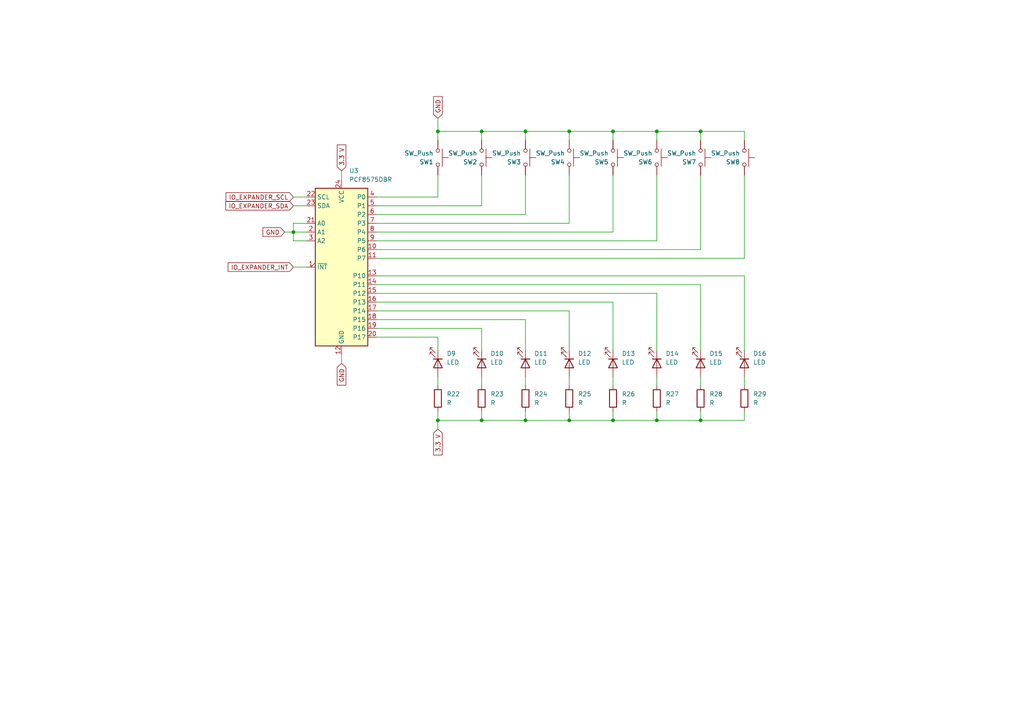
<source format=kicad_sch>
(kicad_sch
	(version 20231120)
	(generator "eeschema")
	(generator_version "8.0")
	(uuid "89c1a87a-24b0-4962-8091-b15977b6304d")
	(paper "A4")
	(lib_symbols
		(symbol "Device:LED"
			(pin_numbers hide)
			(pin_names
				(offset 1.016) hide)
			(exclude_from_sim no)
			(in_bom yes)
			(on_board yes)
			(property "Reference" "D"
				(at 0 2.54 0)
				(effects
					(font
						(size 1.27 1.27)
					)
				)
			)
			(property "Value" "LED"
				(at 0 -2.54 0)
				(effects
					(font
						(size 1.27 1.27)
					)
				)
			)
			(property "Footprint" ""
				(at 0 0 0)
				(effects
					(font
						(size 1.27 1.27)
					)
					(hide yes)
				)
			)
			(property "Datasheet" "~"
				(at 0 0 0)
				(effects
					(font
						(size 1.27 1.27)
					)
					(hide yes)
				)
			)
			(property "Description" "Light emitting diode"
				(at 0 0 0)
				(effects
					(font
						(size 1.27 1.27)
					)
					(hide yes)
				)
			)
			(property "ki_keywords" "LED diode"
				(at 0 0 0)
				(effects
					(font
						(size 1.27 1.27)
					)
					(hide yes)
				)
			)
			(property "ki_fp_filters" "LED* LED_SMD:* LED_THT:*"
				(at 0 0 0)
				(effects
					(font
						(size 1.27 1.27)
					)
					(hide yes)
				)
			)
			(symbol "LED_0_1"
				(polyline
					(pts
						(xy -1.27 -1.27) (xy -1.27 1.27)
					)
					(stroke
						(width 0.254)
						(type default)
					)
					(fill
						(type none)
					)
				)
				(polyline
					(pts
						(xy -1.27 0) (xy 1.27 0)
					)
					(stroke
						(width 0)
						(type default)
					)
					(fill
						(type none)
					)
				)
				(polyline
					(pts
						(xy 1.27 -1.27) (xy 1.27 1.27) (xy -1.27 0) (xy 1.27 -1.27)
					)
					(stroke
						(width 0.254)
						(type default)
					)
					(fill
						(type none)
					)
				)
				(polyline
					(pts
						(xy -3.048 -0.762) (xy -4.572 -2.286) (xy -3.81 -2.286) (xy -4.572 -2.286) (xy -4.572 -1.524)
					)
					(stroke
						(width 0)
						(type default)
					)
					(fill
						(type none)
					)
				)
				(polyline
					(pts
						(xy -1.778 -0.762) (xy -3.302 -2.286) (xy -2.54 -2.286) (xy -3.302 -2.286) (xy -3.302 -1.524)
					)
					(stroke
						(width 0)
						(type default)
					)
					(fill
						(type none)
					)
				)
			)
			(symbol "LED_1_1"
				(pin passive line
					(at -3.81 0 0)
					(length 2.54)
					(name "K"
						(effects
							(font
								(size 1.27 1.27)
							)
						)
					)
					(number "1"
						(effects
							(font
								(size 1.27 1.27)
							)
						)
					)
				)
				(pin passive line
					(at 3.81 0 180)
					(length 2.54)
					(name "A"
						(effects
							(font
								(size 1.27 1.27)
							)
						)
					)
					(number "2"
						(effects
							(font
								(size 1.27 1.27)
							)
						)
					)
				)
			)
		)
		(symbol "Device:R"
			(pin_numbers hide)
			(pin_names
				(offset 0)
			)
			(exclude_from_sim no)
			(in_bom yes)
			(on_board yes)
			(property "Reference" "R"
				(at 2.032 0 90)
				(effects
					(font
						(size 1.27 1.27)
					)
				)
			)
			(property "Value" "R"
				(at 0 0 90)
				(effects
					(font
						(size 1.27 1.27)
					)
				)
			)
			(property "Footprint" ""
				(at -1.778 0 90)
				(effects
					(font
						(size 1.27 1.27)
					)
					(hide yes)
				)
			)
			(property "Datasheet" "~"
				(at 0 0 0)
				(effects
					(font
						(size 1.27 1.27)
					)
					(hide yes)
				)
			)
			(property "Description" "Resistor"
				(at 0 0 0)
				(effects
					(font
						(size 1.27 1.27)
					)
					(hide yes)
				)
			)
			(property "ki_keywords" "R res resistor"
				(at 0 0 0)
				(effects
					(font
						(size 1.27 1.27)
					)
					(hide yes)
				)
			)
			(property "ki_fp_filters" "R_*"
				(at 0 0 0)
				(effects
					(font
						(size 1.27 1.27)
					)
					(hide yes)
				)
			)
			(symbol "R_0_1"
				(rectangle
					(start -1.016 -2.54)
					(end 1.016 2.54)
					(stroke
						(width 0.254)
						(type default)
					)
					(fill
						(type none)
					)
				)
			)
			(symbol "R_1_1"
				(pin passive line
					(at 0 3.81 270)
					(length 1.27)
					(name "~"
						(effects
							(font
								(size 1.27 1.27)
							)
						)
					)
					(number "1"
						(effects
							(font
								(size 1.27 1.27)
							)
						)
					)
				)
				(pin passive line
					(at 0 -3.81 90)
					(length 1.27)
					(name "~"
						(effects
							(font
								(size 1.27 1.27)
							)
						)
					)
					(number "2"
						(effects
							(font
								(size 1.27 1.27)
							)
						)
					)
				)
			)
		)
		(symbol "Interface_Expansion:PCF8575DBR"
			(exclude_from_sim no)
			(in_bom yes)
			(on_board yes)
			(property "Reference" "U"
				(at -6.35 24.13 0)
				(effects
					(font
						(size 1.27 1.27)
					)
				)
			)
			(property "Value" "PCF8575DBR"
				(at 7.62 -24.13 0)
				(effects
					(font
						(size 1.27 1.27)
					)
				)
			)
			(property "Footprint" "Package_SO:SSOP-24_5.3x8.2mm_P0.65mm"
				(at 0 0 0)
				(effects
					(font
						(size 1.27 1.27)
					)
					(hide yes)
				)
			)
			(property "Datasheet" "https://www.ti.com/lit/ds/symlink/pcf8575.pdf"
				(at 0 0 0)
				(effects
					(font
						(size 1.27 1.27)
					)
					(hide yes)
				)
			)
			(property "Description" "16 Bits Port/Expander to I2C Bus, SSOP-24"
				(at 0 0 0)
				(effects
					(font
						(size 1.27 1.27)
					)
					(hide yes)
				)
			)
			(property "ki_keywords" "I2C Expander"
				(at 0 0 0)
				(effects
					(font
						(size 1.27 1.27)
					)
					(hide yes)
				)
			)
			(property "ki_fp_filters" "SSOP*5.3x8.2mm*P0.65mm*"
				(at 0 0 0)
				(effects
					(font
						(size 1.27 1.27)
					)
					(hide yes)
				)
			)
			(symbol "PCF8575DBR_0_1"
				(rectangle
					(start -7.62 22.86)
					(end 7.62 -22.86)
					(stroke
						(width 0.254)
						(type default)
					)
					(fill
						(type background)
					)
				)
			)
			(symbol "PCF8575DBR_1_1"
				(pin open_collector output_low
					(at -10.16 0 0)
					(length 2.54)
					(name "~{INT}"
						(effects
							(font
								(size 1.27 1.27)
							)
						)
					)
					(number "1"
						(effects
							(font
								(size 1.27 1.27)
							)
						)
					)
				)
				(pin bidirectional line
					(at 10.16 5.08 180)
					(length 2.54)
					(name "P6"
						(effects
							(font
								(size 1.27 1.27)
							)
						)
					)
					(number "10"
						(effects
							(font
								(size 1.27 1.27)
							)
						)
					)
				)
				(pin bidirectional line
					(at 10.16 2.54 180)
					(length 2.54)
					(name "P7"
						(effects
							(font
								(size 1.27 1.27)
							)
						)
					)
					(number "11"
						(effects
							(font
								(size 1.27 1.27)
							)
						)
					)
				)
				(pin power_in line
					(at 0 -25.4 90)
					(length 2.54)
					(name "GND"
						(effects
							(font
								(size 1.27 1.27)
							)
						)
					)
					(number "12"
						(effects
							(font
								(size 1.27 1.27)
							)
						)
					)
				)
				(pin bidirectional line
					(at 10.16 -2.54 180)
					(length 2.54)
					(name "P10"
						(effects
							(font
								(size 1.27 1.27)
							)
						)
					)
					(number "13"
						(effects
							(font
								(size 1.27 1.27)
							)
						)
					)
				)
				(pin bidirectional line
					(at 10.16 -5.08 180)
					(length 2.54)
					(name "P11"
						(effects
							(font
								(size 1.27 1.27)
							)
						)
					)
					(number "14"
						(effects
							(font
								(size 1.27 1.27)
							)
						)
					)
				)
				(pin bidirectional line
					(at 10.16 -7.62 180)
					(length 2.54)
					(name "P12"
						(effects
							(font
								(size 1.27 1.27)
							)
						)
					)
					(number "15"
						(effects
							(font
								(size 1.27 1.27)
							)
						)
					)
				)
				(pin bidirectional line
					(at 10.16 -10.16 180)
					(length 2.54)
					(name "P13"
						(effects
							(font
								(size 1.27 1.27)
							)
						)
					)
					(number "16"
						(effects
							(font
								(size 1.27 1.27)
							)
						)
					)
				)
				(pin bidirectional line
					(at 10.16 -12.7 180)
					(length 2.54)
					(name "P14"
						(effects
							(font
								(size 1.27 1.27)
							)
						)
					)
					(number "17"
						(effects
							(font
								(size 1.27 1.27)
							)
						)
					)
				)
				(pin bidirectional line
					(at 10.16 -15.24 180)
					(length 2.54)
					(name "P15"
						(effects
							(font
								(size 1.27 1.27)
							)
						)
					)
					(number "18"
						(effects
							(font
								(size 1.27 1.27)
							)
						)
					)
				)
				(pin bidirectional line
					(at 10.16 -17.78 180)
					(length 2.54)
					(name "P16"
						(effects
							(font
								(size 1.27 1.27)
							)
						)
					)
					(number "19"
						(effects
							(font
								(size 1.27 1.27)
							)
						)
					)
				)
				(pin input line
					(at -10.16 10.16 0)
					(length 2.54)
					(name "A1"
						(effects
							(font
								(size 1.27 1.27)
							)
						)
					)
					(number "2"
						(effects
							(font
								(size 1.27 1.27)
							)
						)
					)
				)
				(pin bidirectional line
					(at 10.16 -20.32 180)
					(length 2.54)
					(name "P17"
						(effects
							(font
								(size 1.27 1.27)
							)
						)
					)
					(number "20"
						(effects
							(font
								(size 1.27 1.27)
							)
						)
					)
				)
				(pin input line
					(at -10.16 12.7 0)
					(length 2.54)
					(name "A0"
						(effects
							(font
								(size 1.27 1.27)
							)
						)
					)
					(number "21"
						(effects
							(font
								(size 1.27 1.27)
							)
						)
					)
				)
				(pin input line
					(at -10.16 20.32 0)
					(length 2.54)
					(name "SCL"
						(effects
							(font
								(size 1.27 1.27)
							)
						)
					)
					(number "22"
						(effects
							(font
								(size 1.27 1.27)
							)
						)
					)
				)
				(pin bidirectional line
					(at -10.16 17.78 0)
					(length 2.54)
					(name "SDA"
						(effects
							(font
								(size 1.27 1.27)
							)
						)
					)
					(number "23"
						(effects
							(font
								(size 1.27 1.27)
							)
						)
					)
				)
				(pin power_in line
					(at 0 25.4 270)
					(length 2.54)
					(name "VCC"
						(effects
							(font
								(size 1.27 1.27)
							)
						)
					)
					(number "24"
						(effects
							(font
								(size 1.27 1.27)
							)
						)
					)
				)
				(pin input line
					(at -10.16 7.62 0)
					(length 2.54)
					(name "A2"
						(effects
							(font
								(size 1.27 1.27)
							)
						)
					)
					(number "3"
						(effects
							(font
								(size 1.27 1.27)
							)
						)
					)
				)
				(pin bidirectional line
					(at 10.16 20.32 180)
					(length 2.54)
					(name "P0"
						(effects
							(font
								(size 1.27 1.27)
							)
						)
					)
					(number "4"
						(effects
							(font
								(size 1.27 1.27)
							)
						)
					)
				)
				(pin bidirectional line
					(at 10.16 17.78 180)
					(length 2.54)
					(name "P1"
						(effects
							(font
								(size 1.27 1.27)
							)
						)
					)
					(number "5"
						(effects
							(font
								(size 1.27 1.27)
							)
						)
					)
				)
				(pin bidirectional line
					(at 10.16 15.24 180)
					(length 2.54)
					(name "P2"
						(effects
							(font
								(size 1.27 1.27)
							)
						)
					)
					(number "6"
						(effects
							(font
								(size 1.27 1.27)
							)
						)
					)
				)
				(pin bidirectional line
					(at 10.16 12.7 180)
					(length 2.54)
					(name "P3"
						(effects
							(font
								(size 1.27 1.27)
							)
						)
					)
					(number "7"
						(effects
							(font
								(size 1.27 1.27)
							)
						)
					)
				)
				(pin bidirectional line
					(at 10.16 10.16 180)
					(length 2.54)
					(name "P4"
						(effects
							(font
								(size 1.27 1.27)
							)
						)
					)
					(number "8"
						(effects
							(font
								(size 1.27 1.27)
							)
						)
					)
				)
				(pin bidirectional line
					(at 10.16 7.62 180)
					(length 2.54)
					(name "P5"
						(effects
							(font
								(size 1.27 1.27)
							)
						)
					)
					(number "9"
						(effects
							(font
								(size 1.27 1.27)
							)
						)
					)
				)
			)
		)
		(symbol "Switch:SW_Push"
			(pin_numbers hide)
			(pin_names
				(offset 1.016) hide)
			(exclude_from_sim no)
			(in_bom yes)
			(on_board yes)
			(property "Reference" "SW"
				(at 1.27 2.54 0)
				(effects
					(font
						(size 1.27 1.27)
					)
					(justify left)
				)
			)
			(property "Value" "SW_Push"
				(at 0 -1.524 0)
				(effects
					(font
						(size 1.27 1.27)
					)
				)
			)
			(property "Footprint" ""
				(at 0 5.08 0)
				(effects
					(font
						(size 1.27 1.27)
					)
					(hide yes)
				)
			)
			(property "Datasheet" "~"
				(at 0 5.08 0)
				(effects
					(font
						(size 1.27 1.27)
					)
					(hide yes)
				)
			)
			(property "Description" "Push button switch, generic, two pins"
				(at 0 0 0)
				(effects
					(font
						(size 1.27 1.27)
					)
					(hide yes)
				)
			)
			(property "ki_keywords" "switch normally-open pushbutton push-button"
				(at 0 0 0)
				(effects
					(font
						(size 1.27 1.27)
					)
					(hide yes)
				)
			)
			(symbol "SW_Push_0_1"
				(circle
					(center -2.032 0)
					(radius 0.508)
					(stroke
						(width 0)
						(type default)
					)
					(fill
						(type none)
					)
				)
				(polyline
					(pts
						(xy 0 1.27) (xy 0 3.048)
					)
					(stroke
						(width 0)
						(type default)
					)
					(fill
						(type none)
					)
				)
				(polyline
					(pts
						(xy 2.54 1.27) (xy -2.54 1.27)
					)
					(stroke
						(width 0)
						(type default)
					)
					(fill
						(type none)
					)
				)
				(circle
					(center 2.032 0)
					(radius 0.508)
					(stroke
						(width 0)
						(type default)
					)
					(fill
						(type none)
					)
				)
				(pin passive line
					(at -5.08 0 0)
					(length 2.54)
					(name "1"
						(effects
							(font
								(size 1.27 1.27)
							)
						)
					)
					(number "1"
						(effects
							(font
								(size 1.27 1.27)
							)
						)
					)
				)
				(pin passive line
					(at 5.08 0 180)
					(length 2.54)
					(name "2"
						(effects
							(font
								(size 1.27 1.27)
							)
						)
					)
					(number "2"
						(effects
							(font
								(size 1.27 1.27)
							)
						)
					)
				)
			)
		)
	)
	(junction
		(at 139.7 38.1)
		(diameter 0)
		(color 0 0 0 0)
		(uuid "0225b789-4a9e-47de-b250-cc2ac0762e10")
	)
	(junction
		(at 165.1 38.1)
		(diameter 0)
		(color 0 0 0 0)
		(uuid "047c0e68-e937-4518-aa6d-907d9ebe6adb")
	)
	(junction
		(at 139.7 121.92)
		(diameter 0)
		(color 0 0 0 0)
		(uuid "0775d92e-5ede-44bf-af79-bb324fb2428c")
	)
	(junction
		(at 127 38.1)
		(diameter 0)
		(color 0 0 0 0)
		(uuid "19cf1fa2-345f-46c2-afaf-053808010c80")
	)
	(junction
		(at 152.4 38.1)
		(diameter 0)
		(color 0 0 0 0)
		(uuid "2036faba-d52e-4c05-aa98-76a5595607e9")
	)
	(junction
		(at 152.4 121.92)
		(diameter 0)
		(color 0 0 0 0)
		(uuid "5702effb-0d96-4c87-b64d-93c5b237f503")
	)
	(junction
		(at 85.09 67.31)
		(diameter 0)
		(color 0 0 0 0)
		(uuid "8fe01c42-cb26-4349-a81b-93e959f81300")
	)
	(junction
		(at 177.8 121.92)
		(diameter 0)
		(color 0 0 0 0)
		(uuid "9c4fd669-07c0-4ee7-94bf-3021cfc34865")
	)
	(junction
		(at 165.1 121.92)
		(diameter 0)
		(color 0 0 0 0)
		(uuid "a0d7cec3-f68d-44b8-b1f9-198a13a2b648")
	)
	(junction
		(at 177.8 38.1)
		(diameter 0)
		(color 0 0 0 0)
		(uuid "a584f433-3e0a-42f7-86bf-afa5ef367749")
	)
	(junction
		(at 203.2 38.1)
		(diameter 0)
		(color 0 0 0 0)
		(uuid "ab000d4c-7cd1-4d60-b91b-8db25ae72b83")
	)
	(junction
		(at 190.5 121.92)
		(diameter 0)
		(color 0 0 0 0)
		(uuid "c5c06b4d-ac36-4f13-8ca8-68d4594c8144")
	)
	(junction
		(at 127 121.92)
		(diameter 0)
		(color 0 0 0 0)
		(uuid "dbc9e8cc-2928-4c7d-a75a-c6dc89f8f276")
	)
	(junction
		(at 203.2 121.92)
		(diameter 0)
		(color 0 0 0 0)
		(uuid "df9d127d-7963-4f43-9d99-492c6dc569ec")
	)
	(junction
		(at 190.5 38.1)
		(diameter 0)
		(color 0 0 0 0)
		(uuid "e6ed2225-b9b9-46a2-a5ef-a1b302056630")
	)
	(wire
		(pts
			(xy 139.7 38.1) (xy 127 38.1)
		)
		(stroke
			(width 0)
			(type default)
		)
		(uuid "00ee0dce-b2a0-4d6c-ac8d-91be93c42e99")
	)
	(wire
		(pts
			(xy 177.8 109.22) (xy 177.8 111.76)
		)
		(stroke
			(width 0)
			(type default)
		)
		(uuid "03df2307-7a2f-4246-bdd4-048e169ebce2")
	)
	(wire
		(pts
			(xy 139.7 95.25) (xy 139.7 101.6)
		)
		(stroke
			(width 0)
			(type default)
		)
		(uuid "04d61764-0f75-4ede-9d8d-9393ffc671e9")
	)
	(wire
		(pts
			(xy 215.9 121.92) (xy 215.9 119.38)
		)
		(stroke
			(width 0)
			(type default)
		)
		(uuid "0539ee45-8218-4cd6-baec-8741c51df421")
	)
	(wire
		(pts
			(xy 109.22 97.79) (xy 127 97.79)
		)
		(stroke
			(width 0)
			(type default)
		)
		(uuid "07337bbf-0977-45a0-9610-600dc1b4fbe7")
	)
	(wire
		(pts
			(xy 127 97.79) (xy 127 101.6)
		)
		(stroke
			(width 0)
			(type default)
		)
		(uuid "0d2ac418-df67-467c-b911-a7e58d34db89")
	)
	(wire
		(pts
			(xy 99.06 105.41) (xy 99.06 102.87)
		)
		(stroke
			(width 0)
			(type default)
		)
		(uuid "21c04874-0b49-4266-ae7d-b4d1a277d698")
	)
	(wire
		(pts
			(xy 85.09 64.77) (xy 85.09 67.31)
		)
		(stroke
			(width 0)
			(type default)
		)
		(uuid "24c9385d-78f7-41a7-9b0d-6fe115a203e3")
	)
	(wire
		(pts
			(xy 190.5 121.92) (xy 203.2 121.92)
		)
		(stroke
			(width 0)
			(type default)
		)
		(uuid "2796a432-fff2-44f8-aae5-65df8edbd787")
	)
	(wire
		(pts
			(xy 109.22 80.01) (xy 215.9 80.01)
		)
		(stroke
			(width 0)
			(type default)
		)
		(uuid "2ea3b0c4-3904-4135-bb32-a09dba5dcb3b")
	)
	(wire
		(pts
			(xy 203.2 82.55) (xy 203.2 101.6)
		)
		(stroke
			(width 0)
			(type default)
		)
		(uuid "35df8fb3-9ee6-4fea-a087-a2ecb18192b5")
	)
	(wire
		(pts
			(xy 109.22 57.15) (xy 127 57.15)
		)
		(stroke
			(width 0)
			(type default)
		)
		(uuid "3b6a0c50-6efb-483b-b544-acbc96180dd4")
	)
	(wire
		(pts
			(xy 177.8 50.8) (xy 177.8 67.31)
		)
		(stroke
			(width 0)
			(type default)
		)
		(uuid "42a3b5b7-8ada-4ebb-a917-e1474b99497e")
	)
	(wire
		(pts
			(xy 109.22 72.39) (xy 203.2 72.39)
		)
		(stroke
			(width 0)
			(type default)
		)
		(uuid "4930d305-903d-45c5-8fef-be5d05461bcb")
	)
	(wire
		(pts
			(xy 165.1 109.22) (xy 165.1 111.76)
		)
		(stroke
			(width 0)
			(type default)
		)
		(uuid "4a8c8630-8cb5-4208-99f2-2cded4c5f5f1")
	)
	(wire
		(pts
			(xy 109.22 90.17) (xy 165.1 90.17)
		)
		(stroke
			(width 0)
			(type default)
		)
		(uuid "51746f40-0028-4e53-b573-19e5904f360f")
	)
	(wire
		(pts
			(xy 165.1 38.1) (xy 152.4 38.1)
		)
		(stroke
			(width 0)
			(type default)
		)
		(uuid "52d307ac-821a-43f5-9a9f-ee9e7d4b27a5")
	)
	(wire
		(pts
			(xy 85.09 69.85) (xy 88.9 69.85)
		)
		(stroke
			(width 0)
			(type default)
		)
		(uuid "5328c45d-4a56-40fa-addf-2fb35dadab94")
	)
	(wire
		(pts
			(xy 109.22 62.23) (xy 152.4 62.23)
		)
		(stroke
			(width 0)
			(type default)
		)
		(uuid "5c36974c-6432-4d6b-8039-d3459d0831b3")
	)
	(wire
		(pts
			(xy 203.2 121.92) (xy 215.9 121.92)
		)
		(stroke
			(width 0)
			(type default)
		)
		(uuid "61c52d76-dd7b-4ad7-81a7-e5c25614b606")
	)
	(wire
		(pts
			(xy 109.22 74.93) (xy 215.9 74.93)
		)
		(stroke
			(width 0)
			(type default)
		)
		(uuid "649ec42d-b2c9-4994-a690-7cd12182e817")
	)
	(wire
		(pts
			(xy 165.1 50.8) (xy 165.1 64.77)
		)
		(stroke
			(width 0)
			(type default)
		)
		(uuid "65da9b70-e622-4639-bc86-51c5a8f97da4")
	)
	(wire
		(pts
			(xy 109.22 95.25) (xy 139.7 95.25)
		)
		(stroke
			(width 0)
			(type default)
		)
		(uuid "65e8bd42-4f71-4522-9251-d5e5b0d9bb15")
	)
	(wire
		(pts
			(xy 177.8 87.63) (xy 177.8 101.6)
		)
		(stroke
			(width 0)
			(type default)
		)
		(uuid "6641f6e0-2d56-46c6-8936-f8885978b58d")
	)
	(wire
		(pts
			(xy 165.1 90.17) (xy 165.1 101.6)
		)
		(stroke
			(width 0)
			(type default)
		)
		(uuid "670ffbc0-e14f-476e-a26b-261003d80805")
	)
	(wire
		(pts
			(xy 139.7 38.1) (xy 139.7 40.64)
		)
		(stroke
			(width 0)
			(type default)
		)
		(uuid "67523d2d-4c94-484f-8200-735d9d930e8c")
	)
	(wire
		(pts
			(xy 190.5 109.22) (xy 190.5 111.76)
		)
		(stroke
			(width 0)
			(type default)
		)
		(uuid "67e51ebf-328c-4aa7-b80a-9a9ac2dc3216")
	)
	(wire
		(pts
			(xy 215.9 38.1) (xy 215.9 40.64)
		)
		(stroke
			(width 0)
			(type default)
		)
		(uuid "6fa894f3-f9cd-4af0-99ce-127350b16db0")
	)
	(wire
		(pts
			(xy 190.5 50.8) (xy 190.5 69.85)
		)
		(stroke
			(width 0)
			(type default)
		)
		(uuid "750bbd85-0a81-49c9-a298-7c8d7dfa3a92")
	)
	(wire
		(pts
			(xy 152.4 38.1) (xy 152.4 40.64)
		)
		(stroke
			(width 0)
			(type default)
		)
		(uuid "79d83052-4abf-4cb4-a67d-9e4aeceba6e1")
	)
	(wire
		(pts
			(xy 190.5 85.09) (xy 190.5 101.6)
		)
		(stroke
			(width 0)
			(type default)
		)
		(uuid "7c06098d-6296-4a3e-a4dd-cb9f716b5648")
	)
	(wire
		(pts
			(xy 139.7 121.92) (xy 152.4 121.92)
		)
		(stroke
			(width 0)
			(type default)
		)
		(uuid "7c645e54-2289-4bb4-8249-96fedd6be774")
	)
	(wire
		(pts
			(xy 190.5 38.1) (xy 177.8 38.1)
		)
		(stroke
			(width 0)
			(type default)
		)
		(uuid "7f719e34-2132-4110-82a7-a9f9fe1d7596")
	)
	(wire
		(pts
			(xy 109.22 69.85) (xy 190.5 69.85)
		)
		(stroke
			(width 0)
			(type default)
		)
		(uuid "81dd9e4d-701a-491e-a07f-8bd9a2ccd9f7")
	)
	(wire
		(pts
			(xy 85.09 67.31) (xy 88.9 67.31)
		)
		(stroke
			(width 0)
			(type default)
		)
		(uuid "870b6dc5-852f-480e-95f5-c33450c539d0")
	)
	(wire
		(pts
			(xy 85.09 57.15) (xy 88.9 57.15)
		)
		(stroke
			(width 0)
			(type default)
		)
		(uuid "89be2e05-bdfe-4193-8283-295145982da6")
	)
	(wire
		(pts
			(xy 85.09 77.47) (xy 88.9 77.47)
		)
		(stroke
			(width 0)
			(type default)
		)
		(uuid "8db8aa12-ac52-43d2-9361-fbb9a3c7a3d4")
	)
	(wire
		(pts
			(xy 203.2 38.1) (xy 203.2 40.64)
		)
		(stroke
			(width 0)
			(type default)
		)
		(uuid "8e4f9c54-2b49-4e9d-8601-582005d01dee")
	)
	(wire
		(pts
			(xy 177.8 121.92) (xy 190.5 121.92)
		)
		(stroke
			(width 0)
			(type default)
		)
		(uuid "916012d7-d955-4510-a288-b42985281dc1")
	)
	(wire
		(pts
			(xy 203.2 121.92) (xy 203.2 119.38)
		)
		(stroke
			(width 0)
			(type default)
		)
		(uuid "930a8afc-27a7-4a93-bc5d-4ba7f0bd46fb")
	)
	(wire
		(pts
			(xy 139.7 50.8) (xy 139.7 59.69)
		)
		(stroke
			(width 0)
			(type default)
		)
		(uuid "9aee81dc-27b0-4ffa-b089-04cc5057cf0c")
	)
	(wire
		(pts
			(xy 215.9 80.01) (xy 215.9 101.6)
		)
		(stroke
			(width 0)
			(type default)
		)
		(uuid "9dd02f17-6f80-4b40-a823-463bc1ddf50a")
	)
	(wire
		(pts
			(xy 203.2 109.22) (xy 203.2 111.76)
		)
		(stroke
			(width 0)
			(type default)
		)
		(uuid "9fe05d26-e955-4efb-85f0-0537ea9195f9")
	)
	(wire
		(pts
			(xy 152.4 121.92) (xy 165.1 121.92)
		)
		(stroke
			(width 0)
			(type default)
		)
		(uuid "a3d22a36-f58a-41a7-82b4-4f3500e1821b")
	)
	(wire
		(pts
			(xy 152.4 121.92) (xy 152.4 119.38)
		)
		(stroke
			(width 0)
			(type default)
		)
		(uuid "aaf71a67-b4dd-425a-8907-947921242033")
	)
	(wire
		(pts
			(xy 127 38.1) (xy 127 34.29)
		)
		(stroke
			(width 0)
			(type default)
		)
		(uuid "ae9e391a-4cbc-416c-b5d1-750f5cd1c669")
	)
	(wire
		(pts
			(xy 152.4 109.22) (xy 152.4 111.76)
		)
		(stroke
			(width 0)
			(type default)
		)
		(uuid "b14d5030-f629-4070-a630-ebab537793d8")
	)
	(wire
		(pts
			(xy 127 50.8) (xy 127 57.15)
		)
		(stroke
			(width 0)
			(type default)
		)
		(uuid "b2dcb123-e420-4e63-b1fd-0552427b296a")
	)
	(wire
		(pts
			(xy 109.22 85.09) (xy 190.5 85.09)
		)
		(stroke
			(width 0)
			(type default)
		)
		(uuid "b4560571-4e86-46aa-b6d7-1d86cf4b04e4")
	)
	(wire
		(pts
			(xy 177.8 38.1) (xy 165.1 38.1)
		)
		(stroke
			(width 0)
			(type default)
		)
		(uuid "b495193e-d9c7-4777-9c56-f22a1cb57d8e")
	)
	(wire
		(pts
			(xy 127 38.1) (xy 127 40.64)
		)
		(stroke
			(width 0)
			(type default)
		)
		(uuid "b6f3cf58-67ea-4281-87fb-dcd781d9139b")
	)
	(wire
		(pts
			(xy 109.22 82.55) (xy 203.2 82.55)
		)
		(stroke
			(width 0)
			(type default)
		)
		(uuid "b9061199-dc39-44a7-b337-74b1a743bb2d")
	)
	(wire
		(pts
			(xy 127 121.92) (xy 139.7 121.92)
		)
		(stroke
			(width 0)
			(type default)
		)
		(uuid "bb019317-c551-415b-8555-0f4ddf290078")
	)
	(wire
		(pts
			(xy 127 119.38) (xy 127 121.92)
		)
		(stroke
			(width 0)
			(type default)
		)
		(uuid "be10bec3-1911-420e-9ba6-32bdaf4be68a")
	)
	(wire
		(pts
			(xy 109.22 64.77) (xy 165.1 64.77)
		)
		(stroke
			(width 0)
			(type default)
		)
		(uuid "be4391f8-47c8-4361-9d13-8b438eec8806")
	)
	(wire
		(pts
			(xy 165.1 121.92) (xy 177.8 121.92)
		)
		(stroke
			(width 0)
			(type default)
		)
		(uuid "c0678740-1da7-4a20-b1be-b0b9e8cf649a")
	)
	(wire
		(pts
			(xy 109.22 67.31) (xy 177.8 67.31)
		)
		(stroke
			(width 0)
			(type default)
		)
		(uuid "c1b44c08-f161-407e-a03e-6b2035762995")
	)
	(wire
		(pts
			(xy 152.4 50.8) (xy 152.4 62.23)
		)
		(stroke
			(width 0)
			(type default)
		)
		(uuid "c618a994-0b0f-46f3-8bec-7fcb3a8f08b2")
	)
	(wire
		(pts
			(xy 165.1 38.1) (xy 165.1 40.64)
		)
		(stroke
			(width 0)
			(type default)
		)
		(uuid "c79c7182-c825-422e-b219-325d4df3299d")
	)
	(wire
		(pts
			(xy 215.9 109.22) (xy 215.9 111.76)
		)
		(stroke
			(width 0)
			(type default)
		)
		(uuid "c994c770-9e7f-4a43-8fc6-69d0cf7fc139")
	)
	(wire
		(pts
			(xy 85.09 64.77) (xy 88.9 64.77)
		)
		(stroke
			(width 0)
			(type default)
		)
		(uuid "ccdf18a8-10fb-40a2-ad4c-6a597e2f5592")
	)
	(wire
		(pts
			(xy 165.1 121.92) (xy 165.1 119.38)
		)
		(stroke
			(width 0)
			(type default)
		)
		(uuid "cf38787a-f7f1-4bf8-8bc7-9ae5b67d3e01")
	)
	(wire
		(pts
			(xy 215.9 38.1) (xy 203.2 38.1)
		)
		(stroke
			(width 0)
			(type default)
		)
		(uuid "d27171dc-4c79-488e-a54a-c6d439f27335")
	)
	(wire
		(pts
			(xy 85.09 59.69) (xy 88.9 59.69)
		)
		(stroke
			(width 0)
			(type default)
		)
		(uuid "d7765cdc-7b7d-46ce-9608-5ef7920bd365")
	)
	(wire
		(pts
			(xy 139.7 109.22) (xy 139.7 111.76)
		)
		(stroke
			(width 0)
			(type default)
		)
		(uuid "d901d4fe-fbd2-4086-a9c8-5b5ec6922de6")
	)
	(wire
		(pts
			(xy 127 109.22) (xy 127 111.76)
		)
		(stroke
			(width 0)
			(type default)
		)
		(uuid "d9357ac2-789a-4c33-bf4b-1bb39a9c8b08")
	)
	(wire
		(pts
			(xy 139.7 121.92) (xy 139.7 119.38)
		)
		(stroke
			(width 0)
			(type default)
		)
		(uuid "dabad703-024b-4326-88e3-08d98dfda80d")
	)
	(wire
		(pts
			(xy 99.06 49.53) (xy 99.06 52.07)
		)
		(stroke
			(width 0)
			(type default)
		)
		(uuid "dce18d86-9e08-476d-a000-3c83897eb411")
	)
	(wire
		(pts
			(xy 109.22 87.63) (xy 177.8 87.63)
		)
		(stroke
			(width 0)
			(type default)
		)
		(uuid "de60d36d-8a11-449d-80a1-863aa8077798")
	)
	(wire
		(pts
			(xy 109.22 92.71) (xy 152.4 92.71)
		)
		(stroke
			(width 0)
			(type default)
		)
		(uuid "e073d465-ed59-4c9a-8a2f-c312d4b50dc5")
	)
	(wire
		(pts
			(xy 190.5 121.92) (xy 190.5 119.38)
		)
		(stroke
			(width 0)
			(type default)
		)
		(uuid "eacdcbad-0ced-4801-89a7-d3332ecf5fbd")
	)
	(wire
		(pts
			(xy 215.9 50.8) (xy 215.9 74.93)
		)
		(stroke
			(width 0)
			(type default)
		)
		(uuid "eb825c3a-0185-49f2-8657-413708134a8b")
	)
	(wire
		(pts
			(xy 152.4 92.71) (xy 152.4 101.6)
		)
		(stroke
			(width 0)
			(type default)
		)
		(uuid "eca6981f-9742-4e78-98c6-323b98aaaec1")
	)
	(wire
		(pts
			(xy 82.55 67.31) (xy 85.09 67.31)
		)
		(stroke
			(width 0)
			(type default)
		)
		(uuid "ed6f504a-e8e1-4d7c-8add-9fb25aff5a49")
	)
	(wire
		(pts
			(xy 203.2 50.8) (xy 203.2 72.39)
		)
		(stroke
			(width 0)
			(type default)
		)
		(uuid "eda9e62a-07dc-4829-be04-06b93db26e92")
	)
	(wire
		(pts
			(xy 127 121.92) (xy 127 124.46)
		)
		(stroke
			(width 0)
			(type default)
		)
		(uuid "edbd5af1-e873-419e-969d-db9a74a4bb0d")
	)
	(wire
		(pts
			(xy 177.8 121.92) (xy 177.8 119.38)
		)
		(stroke
			(width 0)
			(type default)
		)
		(uuid "eec1c161-636c-4c64-975b-3233e866967e")
	)
	(wire
		(pts
			(xy 203.2 38.1) (xy 190.5 38.1)
		)
		(stroke
			(width 0)
			(type default)
		)
		(uuid "f07e0062-d666-4461-a633-c8f704550d42")
	)
	(wire
		(pts
			(xy 85.09 67.31) (xy 85.09 69.85)
		)
		(stroke
			(width 0)
			(type default)
		)
		(uuid "f093944b-5499-4726-9116-3b3bf4b0d7f9")
	)
	(wire
		(pts
			(xy 109.22 59.69) (xy 139.7 59.69)
		)
		(stroke
			(width 0)
			(type default)
		)
		(uuid "f19c4bf3-7def-43f6-83d9-ab24a0f7aa53")
	)
	(wire
		(pts
			(xy 152.4 38.1) (xy 139.7 38.1)
		)
		(stroke
			(width 0)
			(type default)
		)
		(uuid "f35ab68e-6cee-41d5-af90-1fa380f4ca3c")
	)
	(wire
		(pts
			(xy 190.5 38.1) (xy 190.5 40.64)
		)
		(stroke
			(width 0)
			(type default)
		)
		(uuid "faaabe65-9b58-4a66-9c93-33fe43f61b71")
	)
	(wire
		(pts
			(xy 177.8 38.1) (xy 177.8 40.64)
		)
		(stroke
			(width 0)
			(type default)
		)
		(uuid "fcfd8eea-344a-45c3-81ce-2e6e3662c777")
	)
	(global_label "IO_EXPANDER_SCL"
		(shape input)
		(at 85.09 57.15 180)
		(fields_autoplaced yes)
		(effects
			(font
				(size 1.27 1.27)
			)
			(justify right)
		)
		(uuid "0281cf21-b74c-4f19-9e46-455541b7efb6")
		(property "Intersheetrefs" "${INTERSHEET_REFS}"
			(at 64.9901 57.15 0)
			(effects
				(font
					(size 1.27 1.27)
				)
				(justify right)
				(hide yes)
			)
		)
	)
	(global_label "GND"
		(shape input)
		(at 99.06 105.41 270)
		(fields_autoplaced yes)
		(effects
			(font
				(size 1.27 1.27)
			)
			(justify right)
		)
		(uuid "5a791036-41be-4ad2-94d7-0771b5c277cf")
		(property "Intersheetrefs" "${INTERSHEET_REFS}"
			(at 99.06 112.2657 90)
			(effects
				(font
					(size 1.27 1.27)
				)
				(justify right)
				(hide yes)
			)
		)
	)
	(global_label "3.3 V"
		(shape input)
		(at 99.06 49.53 90)
		(fields_autoplaced yes)
		(effects
			(font
				(size 1.27 1.27)
			)
			(justify left)
		)
		(uuid "61c5b4ba-a55f-4dd7-82f0-465e1f781ca9")
		(property "Intersheetrefs" "${INTERSHEET_REFS}"
			(at 99.06 41.4648 90)
			(effects
				(font
					(size 1.27 1.27)
				)
				(justify left)
				(hide yes)
			)
		)
	)
	(global_label "3.3 V"
		(shape input)
		(at 127 124.46 270)
		(fields_autoplaced yes)
		(effects
			(font
				(size 1.27 1.27)
			)
			(justify right)
		)
		(uuid "6a8d5be7-d330-4ea7-b3d8-b09ff2c6b34f")
		(property "Intersheetrefs" "${INTERSHEET_REFS}"
			(at 127 132.5252 90)
			(effects
				(font
					(size 1.27 1.27)
				)
				(justify right)
				(hide yes)
			)
		)
	)
	(global_label "GND"
		(shape input)
		(at 127 34.29 90)
		(fields_autoplaced yes)
		(effects
			(font
				(size 1.27 1.27)
			)
			(justify left)
		)
		(uuid "84bf3cc1-e28e-4261-9621-f449154c8088")
		(property "Intersheetrefs" "${INTERSHEET_REFS}"
			(at 127 27.4343 90)
			(effects
				(font
					(size 1.27 1.27)
				)
				(justify left)
				(hide yes)
			)
		)
	)
	(global_label "GND"
		(shape input)
		(at 82.55 67.31 180)
		(fields_autoplaced yes)
		(effects
			(font
				(size 1.27 1.27)
			)
			(justify right)
		)
		(uuid "9a29db27-cebb-4169-b265-a2e68e2867c1")
		(property "Intersheetrefs" "${INTERSHEET_REFS}"
			(at 75.6943 67.31 0)
			(effects
				(font
					(size 1.27 1.27)
				)
				(justify right)
				(hide yes)
			)
		)
	)
	(global_label "IO_EXPANDER_SDA"
		(shape input)
		(at 85.09 59.69 180)
		(fields_autoplaced yes)
		(effects
			(font
				(size 1.27 1.27)
			)
			(justify right)
		)
		(uuid "c06a6b48-b8e2-45ab-9a7d-5aa96660b91e")
		(property "Intersheetrefs" "${INTERSHEET_REFS}"
			(at 64.9296 59.69 0)
			(effects
				(font
					(size 1.27 1.27)
				)
				(justify right)
				(hide yes)
			)
		)
	)
	(global_label "IO_EXPANDER_INT"
		(shape input)
		(at 85.09 77.47 180)
		(fields_autoplaced yes)
		(effects
			(font
				(size 1.27 1.27)
			)
			(justify right)
		)
		(uuid "fc316b4f-8034-4641-89e1-686c4d039221")
		(property "Intersheetrefs" "${INTERSHEET_REFS}"
			(at 65.5948 77.47 0)
			(effects
				(font
					(size 1.27 1.27)
				)
				(justify right)
				(hide yes)
			)
		)
	)
	(symbol
		(lib_id "Switch:SW_Push")
		(at 127 45.72 270)
		(unit 1)
		(exclude_from_sim no)
		(in_bom yes)
		(on_board yes)
		(dnp no)
		(fields_autoplaced yes)
		(uuid "2f700f8e-1a64-4c30-b03f-65f92f46809b")
		(property "Reference" "SW1"
			(at 125.73 46.9901 90)
			(effects
				(font
					(size 1.27 1.27)
				)
				(justify right)
			)
		)
		(property "Value" "SW_Push"
			(at 125.73 44.4501 90)
			(effects
				(font
					(size 1.27 1.27)
				)
				(justify right)
			)
		)
		(property "Footprint" "Button_Switch_Keyboard:SW_Cherry_MX_1.00u_Plate"
			(at 132.08 45.72 0)
			(effects
				(font
					(size 1.27 1.27)
				)
				(hide yes)
			)
		)
		(property "Datasheet" "~"
			(at 132.08 45.72 0)
			(effects
				(font
					(size 1.27 1.27)
				)
				(hide yes)
			)
		)
		(property "Description" "Push button switch, generic, two pins"
			(at 127 45.72 0)
			(effects
				(font
					(size 1.27 1.27)
				)
				(hide yes)
			)
		)
		(pin "1"
			(uuid "34ce33cb-c23a-4602-849c-4dffd29d9bed")
		)
		(pin "2"
			(uuid "fe43b65f-917b-4bf1-be9c-01ad88d5071e")
		)
		(instances
			(project ""
				(path "/b764235d-842d-41df-960a-a32e4258c2ec/f6d77219-40c2-4030-a5e3-af0675a88f0e"
					(reference "SW1")
					(unit 1)
				)
			)
		)
	)
	(symbol
		(lib_id "Device:LED")
		(at 165.1 105.41 270)
		(unit 1)
		(exclude_from_sim no)
		(in_bom yes)
		(on_board yes)
		(dnp no)
		(fields_autoplaced yes)
		(uuid "39fe269a-5d85-488f-8023-f2512c501706")
		(property "Reference" "D12"
			(at 167.64 102.5524 90)
			(effects
				(font
					(size 1.27 1.27)
				)
				(justify left)
			)
		)
		(property "Value" "LED"
			(at 167.64 105.0924 90)
			(effects
				(font
					(size 1.27 1.27)
				)
				(justify left)
			)
		)
		(property "Footprint" ""
			(at 165.1 105.41 0)
			(effects
				(font
					(size 1.27 1.27)
				)
				(hide yes)
			)
		)
		(property "Datasheet" "~"
			(at 165.1 105.41 0)
			(effects
				(font
					(size 1.27 1.27)
				)
				(hide yes)
			)
		)
		(property "Description" "Light emitting diode"
			(at 165.1 105.41 0)
			(effects
				(font
					(size 1.27 1.27)
				)
				(hide yes)
			)
		)
		(pin "1"
			(uuid "f327f79f-91de-497b-8937-808b8d8406d9")
		)
		(pin "2"
			(uuid "ef07c545-72af-4595-8169-c3e637d024e4")
		)
		(instances
			(project "main_pcb"
				(path "/b764235d-842d-41df-960a-a32e4258c2ec/f6d77219-40c2-4030-a5e3-af0675a88f0e"
					(reference "D12")
					(unit 1)
				)
			)
		)
	)
	(symbol
		(lib_id "Device:R")
		(at 127 115.57 0)
		(unit 1)
		(exclude_from_sim no)
		(in_bom yes)
		(on_board yes)
		(dnp no)
		(fields_autoplaced yes)
		(uuid "3ad50abc-9e74-4da3-b484-e62a277e7dc3")
		(property "Reference" "R22"
			(at 129.54 114.2999 0)
			(effects
				(font
					(size 1.27 1.27)
				)
				(justify left)
			)
		)
		(property "Value" "R"
			(at 129.54 116.8399 0)
			(effects
				(font
					(size 1.27 1.27)
				)
				(justify left)
			)
		)
		(property "Footprint" ""
			(at 125.222 115.57 90)
			(effects
				(font
					(size 1.27 1.27)
				)
				(hide yes)
			)
		)
		(property "Datasheet" "~"
			(at 127 115.57 0)
			(effects
				(font
					(size 1.27 1.27)
				)
				(hide yes)
			)
		)
		(property "Description" "Resistor"
			(at 127 115.57 0)
			(effects
				(font
					(size 1.27 1.27)
				)
				(hide yes)
			)
		)
		(pin "1"
			(uuid "b858a5cf-3bbc-41cf-b27c-6c2a305a5fdd")
		)
		(pin "2"
			(uuid "a9d6b46c-eead-47c3-bf58-9c9b903942b2")
		)
		(instances
			(project ""
				(path "/b764235d-842d-41df-960a-a32e4258c2ec/f6d77219-40c2-4030-a5e3-af0675a88f0e"
					(reference "R22")
					(unit 1)
				)
			)
		)
	)
	(symbol
		(lib_id "Device:R")
		(at 165.1 115.57 0)
		(unit 1)
		(exclude_from_sim no)
		(in_bom yes)
		(on_board yes)
		(dnp no)
		(fields_autoplaced yes)
		(uuid "3c0e1497-c79b-4c9c-bfe8-7771133c3ce5")
		(property "Reference" "R25"
			(at 167.64 114.2999 0)
			(effects
				(font
					(size 1.27 1.27)
				)
				(justify left)
			)
		)
		(property "Value" "R"
			(at 167.64 116.8399 0)
			(effects
				(font
					(size 1.27 1.27)
				)
				(justify left)
			)
		)
		(property "Footprint" ""
			(at 163.322 115.57 90)
			(effects
				(font
					(size 1.27 1.27)
				)
				(hide yes)
			)
		)
		(property "Datasheet" "~"
			(at 165.1 115.57 0)
			(effects
				(font
					(size 1.27 1.27)
				)
				(hide yes)
			)
		)
		(property "Description" "Resistor"
			(at 165.1 115.57 0)
			(effects
				(font
					(size 1.27 1.27)
				)
				(hide yes)
			)
		)
		(pin "1"
			(uuid "c24e7ef8-96c9-4b51-80ad-8b1f2c6ca789")
		)
		(pin "2"
			(uuid "1dd88a4d-0a3b-4f50-87ce-ac91162696ed")
		)
		(instances
			(project "main_pcb"
				(path "/b764235d-842d-41df-960a-a32e4258c2ec/f6d77219-40c2-4030-a5e3-af0675a88f0e"
					(reference "R25")
					(unit 1)
				)
			)
		)
	)
	(symbol
		(lib_id "Device:LED")
		(at 190.5 105.41 270)
		(unit 1)
		(exclude_from_sim no)
		(in_bom yes)
		(on_board yes)
		(dnp no)
		(fields_autoplaced yes)
		(uuid "3f99a632-5b7d-460e-aeed-d3b7ca842ccf")
		(property "Reference" "D14"
			(at 193.04 102.5524 90)
			(effects
				(font
					(size 1.27 1.27)
				)
				(justify left)
			)
		)
		(property "Value" "LED"
			(at 193.04 105.0924 90)
			(effects
				(font
					(size 1.27 1.27)
				)
				(justify left)
			)
		)
		(property "Footprint" ""
			(at 190.5 105.41 0)
			(effects
				(font
					(size 1.27 1.27)
				)
				(hide yes)
			)
		)
		(property "Datasheet" "~"
			(at 190.5 105.41 0)
			(effects
				(font
					(size 1.27 1.27)
				)
				(hide yes)
			)
		)
		(property "Description" "Light emitting diode"
			(at 190.5 105.41 0)
			(effects
				(font
					(size 1.27 1.27)
				)
				(hide yes)
			)
		)
		(pin "1"
			(uuid "689ba8ce-e708-4fda-8389-5686f0f80025")
		)
		(pin "2"
			(uuid "750ae6fa-c19b-41bd-8607-4a96b4d109e6")
		)
		(instances
			(project "main_pcb"
				(path "/b764235d-842d-41df-960a-a32e4258c2ec/f6d77219-40c2-4030-a5e3-af0675a88f0e"
					(reference "D14")
					(unit 1)
				)
			)
		)
	)
	(symbol
		(lib_id "Switch:SW_Push")
		(at 215.9 45.72 270)
		(unit 1)
		(exclude_from_sim no)
		(in_bom yes)
		(on_board yes)
		(dnp no)
		(uuid "43e3a014-4895-42a5-a0ae-ace5f500ef76")
		(property "Reference" "SW8"
			(at 214.63 46.9901 90)
			(effects
				(font
					(size 1.27 1.27)
				)
				(justify right)
			)
		)
		(property "Value" "SW_Push"
			(at 214.63 44.4501 90)
			(effects
				(font
					(size 1.27 1.27)
				)
				(justify right)
			)
		)
		(property "Footprint" "Button_Switch_Keyboard:SW_Cherry_MX_1.00u_Plate"
			(at 220.98 45.72 0)
			(effects
				(font
					(size 1.27 1.27)
				)
				(hide yes)
			)
		)
		(property "Datasheet" "~"
			(at 220.98 45.72 0)
			(effects
				(font
					(size 1.27 1.27)
				)
				(hide yes)
			)
		)
		(property "Description" "Push button switch, generic, two pins"
			(at 215.9 45.72 0)
			(effects
				(font
					(size 1.27 1.27)
				)
				(hide yes)
			)
		)
		(pin "1"
			(uuid "11117d07-5f1b-441c-8b56-ca188a0c54e2")
		)
		(pin "2"
			(uuid "ec774f09-67e1-4165-a1b7-78fb9e01856d")
		)
		(instances
			(project "main_pcb"
				(path "/b764235d-842d-41df-960a-a32e4258c2ec/f6d77219-40c2-4030-a5e3-af0675a88f0e"
					(reference "SW8")
					(unit 1)
				)
			)
		)
	)
	(symbol
		(lib_id "Device:LED")
		(at 139.7 105.41 270)
		(unit 1)
		(exclude_from_sim no)
		(in_bom yes)
		(on_board yes)
		(dnp no)
		(fields_autoplaced yes)
		(uuid "52af9dd8-8ae9-4079-ae83-413f3662baac")
		(property "Reference" "D10"
			(at 142.24 102.5524 90)
			(effects
				(font
					(size 1.27 1.27)
				)
				(justify left)
			)
		)
		(property "Value" "LED"
			(at 142.24 105.0924 90)
			(effects
				(font
					(size 1.27 1.27)
				)
				(justify left)
			)
		)
		(property "Footprint" ""
			(at 139.7 105.41 0)
			(effects
				(font
					(size 1.27 1.27)
				)
				(hide yes)
			)
		)
		(property "Datasheet" "~"
			(at 139.7 105.41 0)
			(effects
				(font
					(size 1.27 1.27)
				)
				(hide yes)
			)
		)
		(property "Description" "Light emitting diode"
			(at 139.7 105.41 0)
			(effects
				(font
					(size 1.27 1.27)
				)
				(hide yes)
			)
		)
		(pin "1"
			(uuid "61e22c2d-12e8-460b-aa09-237389b7ef70")
		)
		(pin "2"
			(uuid "0abdb97d-8a13-4c17-a336-ab53e84b16d5")
		)
		(instances
			(project "main_pcb"
				(path "/b764235d-842d-41df-960a-a32e4258c2ec/f6d77219-40c2-4030-a5e3-af0675a88f0e"
					(reference "D10")
					(unit 1)
				)
			)
		)
	)
	(symbol
		(lib_id "Switch:SW_Push")
		(at 152.4 45.72 270)
		(unit 1)
		(exclude_from_sim no)
		(in_bom yes)
		(on_board yes)
		(dnp no)
		(fields_autoplaced yes)
		(uuid "597163e6-9ee8-4595-a7ec-4ed8a08ada2e")
		(property "Reference" "SW3"
			(at 151.13 46.9901 90)
			(effects
				(font
					(size 1.27 1.27)
				)
				(justify right)
			)
		)
		(property "Value" "SW_Push"
			(at 151.13 44.4501 90)
			(effects
				(font
					(size 1.27 1.27)
				)
				(justify right)
			)
		)
		(property "Footprint" "Button_Switch_Keyboard:SW_Cherry_MX_1.00u_Plate"
			(at 157.48 45.72 0)
			(effects
				(font
					(size 1.27 1.27)
				)
				(hide yes)
			)
		)
		(property "Datasheet" "~"
			(at 157.48 45.72 0)
			(effects
				(font
					(size 1.27 1.27)
				)
				(hide yes)
			)
		)
		(property "Description" "Push button switch, generic, two pins"
			(at 152.4 45.72 0)
			(effects
				(font
					(size 1.27 1.27)
				)
				(hide yes)
			)
		)
		(pin "1"
			(uuid "df8513b0-926f-4ff7-b2af-74027199490e")
		)
		(pin "2"
			(uuid "b47952d3-5013-44f4-acaa-d252c3c0ba85")
		)
		(instances
			(project "main_pcb"
				(path "/b764235d-842d-41df-960a-a32e4258c2ec/f6d77219-40c2-4030-a5e3-af0675a88f0e"
					(reference "SW3")
					(unit 1)
				)
			)
		)
	)
	(symbol
		(lib_id "Device:R")
		(at 177.8 115.57 0)
		(unit 1)
		(exclude_from_sim no)
		(in_bom yes)
		(on_board yes)
		(dnp no)
		(fields_autoplaced yes)
		(uuid "59acb46a-82d8-476b-a606-64e89eeaeb3c")
		(property "Reference" "R26"
			(at 180.34 114.2999 0)
			(effects
				(font
					(size 1.27 1.27)
				)
				(justify left)
			)
		)
		(property "Value" "R"
			(at 180.34 116.8399 0)
			(effects
				(font
					(size 1.27 1.27)
				)
				(justify left)
			)
		)
		(property "Footprint" ""
			(at 176.022 115.57 90)
			(effects
				(font
					(size 1.27 1.27)
				)
				(hide yes)
			)
		)
		(property "Datasheet" "~"
			(at 177.8 115.57 0)
			(effects
				(font
					(size 1.27 1.27)
				)
				(hide yes)
			)
		)
		(property "Description" "Resistor"
			(at 177.8 115.57 0)
			(effects
				(font
					(size 1.27 1.27)
				)
				(hide yes)
			)
		)
		(pin "1"
			(uuid "89b6a832-c657-4aaa-8784-f2faaabeee03")
		)
		(pin "2"
			(uuid "cdea2fb5-fa2b-4034-828d-ef7178f8da47")
		)
		(instances
			(project "main_pcb"
				(path "/b764235d-842d-41df-960a-a32e4258c2ec/f6d77219-40c2-4030-a5e3-af0675a88f0e"
					(reference "R26")
					(unit 1)
				)
			)
		)
	)
	(symbol
		(lib_id "Device:LED")
		(at 127 105.41 270)
		(unit 1)
		(exclude_from_sim no)
		(in_bom yes)
		(on_board yes)
		(dnp no)
		(fields_autoplaced yes)
		(uuid "5e46cb06-5560-459b-9d6d-21c606e76603")
		(property "Reference" "D9"
			(at 129.54 102.5524 90)
			(effects
				(font
					(size 1.27 1.27)
				)
				(justify left)
			)
		)
		(property "Value" "LED"
			(at 129.54 105.0924 90)
			(effects
				(font
					(size 1.27 1.27)
				)
				(justify left)
			)
		)
		(property "Footprint" ""
			(at 127 105.41 0)
			(effects
				(font
					(size 1.27 1.27)
				)
				(hide yes)
			)
		)
		(property "Datasheet" "~"
			(at 127 105.41 0)
			(effects
				(font
					(size 1.27 1.27)
				)
				(hide yes)
			)
		)
		(property "Description" "Light emitting diode"
			(at 127 105.41 0)
			(effects
				(font
					(size 1.27 1.27)
				)
				(hide yes)
			)
		)
		(pin "1"
			(uuid "25ef5d86-9be8-40d0-8623-4e766ceba210")
		)
		(pin "2"
			(uuid "fafb20c4-f6eb-4173-9b60-e217b292c02b")
		)
		(instances
			(project ""
				(path "/b764235d-842d-41df-960a-a32e4258c2ec/f6d77219-40c2-4030-a5e3-af0675a88f0e"
					(reference "D9")
					(unit 1)
				)
			)
		)
	)
	(symbol
		(lib_id "Interface_Expansion:PCF8575DBR")
		(at 99.06 77.47 0)
		(unit 1)
		(exclude_from_sim no)
		(in_bom yes)
		(on_board yes)
		(dnp no)
		(fields_autoplaced yes)
		(uuid "7520fa76-9968-4ad0-9236-3acf96eab2bf")
		(property "Reference" "U3"
			(at 101.2541 49.53 0)
			(effects
				(font
					(size 1.27 1.27)
				)
				(justify left)
			)
		)
		(property "Value" "PCF8575DBR"
			(at 101.2541 52.07 0)
			(effects
				(font
					(size 1.27 1.27)
				)
				(justify left)
			)
		)
		(property "Footprint" "Package_SO:SSOP-24_5.3x8.2mm_P0.65mm"
			(at 99.06 77.47 0)
			(effects
				(font
					(size 1.27 1.27)
				)
				(hide yes)
			)
		)
		(property "Datasheet" "https://www.ti.com/lit/ds/symlink/pcf8575.pdf"
			(at 99.06 77.47 0)
			(effects
				(font
					(size 1.27 1.27)
				)
				(hide yes)
			)
		)
		(property "Description" "16 Bits Port/Expander to I2C Bus, SSOP-24"
			(at 99.06 77.47 0)
			(effects
				(font
					(size 1.27 1.27)
				)
				(hide yes)
			)
		)
		(pin "16"
			(uuid "97b24935-9b3d-4960-9038-e5ea0ab79802")
		)
		(pin "20"
			(uuid "7e6cb00a-c538-416d-ad01-6fcdf162bfcc")
		)
		(pin "21"
			(uuid "bcacd380-c5ad-440a-99ad-59d1e36931f2")
		)
		(pin "5"
			(uuid "ff591899-29ab-445a-9009-e527b8ad6635")
		)
		(pin "6"
			(uuid "3c421f83-6d21-48ff-9702-b014473856a4")
		)
		(pin "13"
			(uuid "24500062-88c9-40bd-a62d-0d0076b1e039")
		)
		(pin "14"
			(uuid "d030ef14-0db9-4e56-a3ac-ba3bf92f01f0")
		)
		(pin "2"
			(uuid "1fa11cb0-3098-4e2e-9ea2-4b35c7f527a6")
		)
		(pin "7"
			(uuid "b058716e-b7cb-4743-80e0-a39e1db70370")
		)
		(pin "8"
			(uuid "2549d143-e392-4bf1-ba53-88280ebd0582")
		)
		(pin "9"
			(uuid "3dc4e197-f6a9-43b0-8406-723a94a45426")
		)
		(pin "1"
			(uuid "5d7f6e4c-337d-481c-bb89-2ca1ec85f8e2")
		)
		(pin "4"
			(uuid "6315a902-6dde-4a8e-8554-acaf76f5f3eb")
		)
		(pin "24"
			(uuid "605e47d0-7245-4e52-89a1-7c0578e8f90c")
		)
		(pin "23"
			(uuid "23b49d7e-4c10-482d-91ea-278e8441f685")
		)
		(pin "12"
			(uuid "26372ee4-28dc-4faa-bd71-9adbbcf57bfd")
		)
		(pin "11"
			(uuid "bf0207e0-1f22-4692-aa0d-edced4f1baa2")
		)
		(pin "17"
			(uuid "bb8e0b1b-fc46-4ab3-a26f-5aacc7a72565")
		)
		(pin "19"
			(uuid "a8f14d15-618f-4774-9165-d69e53cf1465")
		)
		(pin "18"
			(uuid "2d7660ed-f040-4de6-98be-0dabd3a4001c")
		)
		(pin "10"
			(uuid "28b0cc25-db3b-4d77-a9d5-f4b300aa7dda")
		)
		(pin "3"
			(uuid "43962414-dd85-425c-9ecf-980f7ce3e5ce")
		)
		(pin "22"
			(uuid "2abe6955-4753-4053-9e73-bea6cab08dcc")
		)
		(pin "15"
			(uuid "f8ae8629-2dc1-484d-a276-3b374ab41cbc")
		)
		(instances
			(project ""
				(path "/b764235d-842d-41df-960a-a32e4258c2ec/f6d77219-40c2-4030-a5e3-af0675a88f0e"
					(reference "U3")
					(unit 1)
				)
			)
		)
	)
	(symbol
		(lib_id "Switch:SW_Push")
		(at 139.7 45.72 270)
		(unit 1)
		(exclude_from_sim no)
		(in_bom yes)
		(on_board yes)
		(dnp no)
		(fields_autoplaced yes)
		(uuid "8170f81f-e525-49d7-bfcd-c06e97a30416")
		(property "Reference" "SW2"
			(at 138.43 46.9901 90)
			(effects
				(font
					(size 1.27 1.27)
				)
				(justify right)
			)
		)
		(property "Value" "SW_Push"
			(at 138.43 44.4501 90)
			(effects
				(font
					(size 1.27 1.27)
				)
				(justify right)
			)
		)
		(property "Footprint" "Button_Switch_Keyboard:SW_Cherry_MX_1.00u_Plate"
			(at 144.78 45.72 0)
			(effects
				(font
					(size 1.27 1.27)
				)
				(hide yes)
			)
		)
		(property "Datasheet" "~"
			(at 144.78 45.72 0)
			(effects
				(font
					(size 1.27 1.27)
				)
				(hide yes)
			)
		)
		(property "Description" "Push button switch, generic, two pins"
			(at 139.7 45.72 0)
			(effects
				(font
					(size 1.27 1.27)
				)
				(hide yes)
			)
		)
		(pin "1"
			(uuid "fa9fd78a-8991-416c-a633-a4ac48d0ba8c")
		)
		(pin "2"
			(uuid "ab8eb045-0eb8-4d59-869f-716ed164b847")
		)
		(instances
			(project "main_pcb"
				(path "/b764235d-842d-41df-960a-a32e4258c2ec/f6d77219-40c2-4030-a5e3-af0675a88f0e"
					(reference "SW2")
					(unit 1)
				)
			)
		)
	)
	(symbol
		(lib_id "Device:LED")
		(at 152.4 105.41 270)
		(unit 1)
		(exclude_from_sim no)
		(in_bom yes)
		(on_board yes)
		(dnp no)
		(fields_autoplaced yes)
		(uuid "84d9a877-22bf-4db4-8d92-84d83d23de4e")
		(property "Reference" "D11"
			(at 154.94 102.5524 90)
			(effects
				(font
					(size 1.27 1.27)
				)
				(justify left)
			)
		)
		(property "Value" "LED"
			(at 154.94 105.0924 90)
			(effects
				(font
					(size 1.27 1.27)
				)
				(justify left)
			)
		)
		(property "Footprint" ""
			(at 152.4 105.41 0)
			(effects
				(font
					(size 1.27 1.27)
				)
				(hide yes)
			)
		)
		(property "Datasheet" "~"
			(at 152.4 105.41 0)
			(effects
				(font
					(size 1.27 1.27)
				)
				(hide yes)
			)
		)
		(property "Description" "Light emitting diode"
			(at 152.4 105.41 0)
			(effects
				(font
					(size 1.27 1.27)
				)
				(hide yes)
			)
		)
		(pin "1"
			(uuid "19d74f02-b0a8-4650-94b8-fe52b23e54ed")
		)
		(pin "2"
			(uuid "3dced95e-4401-44fd-b0d0-1d6bfeb19a89")
		)
		(instances
			(project "main_pcb"
				(path "/b764235d-842d-41df-960a-a32e4258c2ec/f6d77219-40c2-4030-a5e3-af0675a88f0e"
					(reference "D11")
					(unit 1)
				)
			)
		)
	)
	(symbol
		(lib_id "Device:R")
		(at 215.9 115.57 0)
		(unit 1)
		(exclude_from_sim no)
		(in_bom yes)
		(on_board yes)
		(dnp no)
		(fields_autoplaced yes)
		(uuid "881b88f0-8e54-4fe4-b398-cf6c0d192ef2")
		(property "Reference" "R29"
			(at 218.44 114.2999 0)
			(effects
				(font
					(size 1.27 1.27)
				)
				(justify left)
			)
		)
		(property "Value" "R"
			(at 218.44 116.8399 0)
			(effects
				(font
					(size 1.27 1.27)
				)
				(justify left)
			)
		)
		(property "Footprint" ""
			(at 214.122 115.57 90)
			(effects
				(font
					(size 1.27 1.27)
				)
				(hide yes)
			)
		)
		(property "Datasheet" "~"
			(at 215.9 115.57 0)
			(effects
				(font
					(size 1.27 1.27)
				)
				(hide yes)
			)
		)
		(property "Description" "Resistor"
			(at 215.9 115.57 0)
			(effects
				(font
					(size 1.27 1.27)
				)
				(hide yes)
			)
		)
		(pin "1"
			(uuid "6518b3fa-6b89-458b-8fc3-0164910c2d89")
		)
		(pin "2"
			(uuid "b8d765ab-4c1b-4a3f-9bb4-231d44483e21")
		)
		(instances
			(project "main_pcb"
				(path "/b764235d-842d-41df-960a-a32e4258c2ec/f6d77219-40c2-4030-a5e3-af0675a88f0e"
					(reference "R29")
					(unit 1)
				)
			)
		)
	)
	(symbol
		(lib_id "Switch:SW_Push")
		(at 165.1 45.72 270)
		(unit 1)
		(exclude_from_sim no)
		(in_bom yes)
		(on_board yes)
		(dnp no)
		(fields_autoplaced yes)
		(uuid "882e5039-7500-4aed-9f69-36de66201602")
		(property "Reference" "SW4"
			(at 163.83 46.9901 90)
			(effects
				(font
					(size 1.27 1.27)
				)
				(justify right)
			)
		)
		(property "Value" "SW_Push"
			(at 163.83 44.4501 90)
			(effects
				(font
					(size 1.27 1.27)
				)
				(justify right)
			)
		)
		(property "Footprint" "Button_Switch_Keyboard:SW_Cherry_MX_1.00u_Plate"
			(at 170.18 45.72 0)
			(effects
				(font
					(size 1.27 1.27)
				)
				(hide yes)
			)
		)
		(property "Datasheet" "~"
			(at 170.18 45.72 0)
			(effects
				(font
					(size 1.27 1.27)
				)
				(hide yes)
			)
		)
		(property "Description" "Push button switch, generic, two pins"
			(at 165.1 45.72 0)
			(effects
				(font
					(size 1.27 1.27)
				)
				(hide yes)
			)
		)
		(pin "1"
			(uuid "d9780007-fb29-47c2-8ec0-5622e1c08e82")
		)
		(pin "2"
			(uuid "a63bd827-64df-43e9-bb3e-3e4313eaa280")
		)
		(instances
			(project "main_pcb"
				(path "/b764235d-842d-41df-960a-a32e4258c2ec/f6d77219-40c2-4030-a5e3-af0675a88f0e"
					(reference "SW4")
					(unit 1)
				)
			)
		)
	)
	(symbol
		(lib_id "Device:R")
		(at 152.4 115.57 0)
		(unit 1)
		(exclude_from_sim no)
		(in_bom yes)
		(on_board yes)
		(dnp no)
		(fields_autoplaced yes)
		(uuid "8d771337-8073-464f-ba36-1fef854c1875")
		(property "Reference" "R24"
			(at 154.94 114.2999 0)
			(effects
				(font
					(size 1.27 1.27)
				)
				(justify left)
			)
		)
		(property "Value" "R"
			(at 154.94 116.8399 0)
			(effects
				(font
					(size 1.27 1.27)
				)
				(justify left)
			)
		)
		(property "Footprint" ""
			(at 150.622 115.57 90)
			(effects
				(font
					(size 1.27 1.27)
				)
				(hide yes)
			)
		)
		(property "Datasheet" "~"
			(at 152.4 115.57 0)
			(effects
				(font
					(size 1.27 1.27)
				)
				(hide yes)
			)
		)
		(property "Description" "Resistor"
			(at 152.4 115.57 0)
			(effects
				(font
					(size 1.27 1.27)
				)
				(hide yes)
			)
		)
		(pin "1"
			(uuid "ad2cfe35-0d4c-467a-b12c-2c76781438d3")
		)
		(pin "2"
			(uuid "3641212e-21d6-42e1-bcbb-d1b55cecb3f3")
		)
		(instances
			(project "main_pcb"
				(path "/b764235d-842d-41df-960a-a32e4258c2ec/f6d77219-40c2-4030-a5e3-af0675a88f0e"
					(reference "R24")
					(unit 1)
				)
			)
		)
	)
	(symbol
		(lib_id "Switch:SW_Push")
		(at 190.5 45.72 270)
		(unit 1)
		(exclude_from_sim no)
		(in_bom yes)
		(on_board yes)
		(dnp no)
		(fields_autoplaced yes)
		(uuid "8e3561b2-b656-4479-acdd-1b4228e62d9b")
		(property "Reference" "SW6"
			(at 189.23 46.9901 90)
			(effects
				(font
					(size 1.27 1.27)
				)
				(justify right)
			)
		)
		(property "Value" "SW_Push"
			(at 189.23 44.4501 90)
			(effects
				(font
					(size 1.27 1.27)
				)
				(justify right)
			)
		)
		(property "Footprint" "Button_Switch_Keyboard:SW_Cherry_MX_1.00u_Plate"
			(at 195.58 45.72 0)
			(effects
				(font
					(size 1.27 1.27)
				)
				(hide yes)
			)
		)
		(property "Datasheet" "~"
			(at 195.58 45.72 0)
			(effects
				(font
					(size 1.27 1.27)
				)
				(hide yes)
			)
		)
		(property "Description" "Push button switch, generic, two pins"
			(at 190.5 45.72 0)
			(effects
				(font
					(size 1.27 1.27)
				)
				(hide yes)
			)
		)
		(pin "1"
			(uuid "009a4a4c-44bd-4f6b-ab34-8d4741c6d3ee")
		)
		(pin "2"
			(uuid "ab464816-b412-4d3e-bb5a-a64d598a6885")
		)
		(instances
			(project "main_pcb"
				(path "/b764235d-842d-41df-960a-a32e4258c2ec/f6d77219-40c2-4030-a5e3-af0675a88f0e"
					(reference "SW6")
					(unit 1)
				)
			)
		)
	)
	(symbol
		(lib_id "Device:LED")
		(at 177.8 105.41 270)
		(unit 1)
		(exclude_from_sim no)
		(in_bom yes)
		(on_board yes)
		(dnp no)
		(fields_autoplaced yes)
		(uuid "9af762d6-6b36-4f43-bd01-9e7f3f473960")
		(property "Reference" "D13"
			(at 180.34 102.5524 90)
			(effects
				(font
					(size 1.27 1.27)
				)
				(justify left)
			)
		)
		(property "Value" "LED"
			(at 180.34 105.0924 90)
			(effects
				(font
					(size 1.27 1.27)
				)
				(justify left)
			)
		)
		(property "Footprint" ""
			(at 177.8 105.41 0)
			(effects
				(font
					(size 1.27 1.27)
				)
				(hide yes)
			)
		)
		(property "Datasheet" "~"
			(at 177.8 105.41 0)
			(effects
				(font
					(size 1.27 1.27)
				)
				(hide yes)
			)
		)
		(property "Description" "Light emitting diode"
			(at 177.8 105.41 0)
			(effects
				(font
					(size 1.27 1.27)
				)
				(hide yes)
			)
		)
		(pin "1"
			(uuid "3550dccf-89e7-470b-88be-abd1cc6bc50d")
		)
		(pin "2"
			(uuid "0b160965-853c-455c-ad49-39b2725690c7")
		)
		(instances
			(project "main_pcb"
				(path "/b764235d-842d-41df-960a-a32e4258c2ec/f6d77219-40c2-4030-a5e3-af0675a88f0e"
					(reference "D13")
					(unit 1)
				)
			)
		)
	)
	(symbol
		(lib_id "Switch:SW_Push")
		(at 177.8 45.72 270)
		(unit 1)
		(exclude_from_sim no)
		(in_bom yes)
		(on_board yes)
		(dnp no)
		(fields_autoplaced yes)
		(uuid "b40b4c63-ff39-4083-952b-e6d1afe0e86d")
		(property "Reference" "SW5"
			(at 176.53 46.9901 90)
			(effects
				(font
					(size 1.27 1.27)
				)
				(justify right)
			)
		)
		(property "Value" "SW_Push"
			(at 176.53 44.4501 90)
			(effects
				(font
					(size 1.27 1.27)
				)
				(justify right)
			)
		)
		(property "Footprint" "Button_Switch_Keyboard:SW_Cherry_MX_1.00u_Plate"
			(at 182.88 45.72 0)
			(effects
				(font
					(size 1.27 1.27)
				)
				(hide yes)
			)
		)
		(property "Datasheet" "~"
			(at 182.88 45.72 0)
			(effects
				(font
					(size 1.27 1.27)
				)
				(hide yes)
			)
		)
		(property "Description" "Push button switch, generic, two pins"
			(at 177.8 45.72 0)
			(effects
				(font
					(size 1.27 1.27)
				)
				(hide yes)
			)
		)
		(pin "1"
			(uuid "83b0096f-0c20-43a4-9fd9-ce5a092d7071")
		)
		(pin "2"
			(uuid "cfe3cbc1-bf04-4c46-8920-643f6c1bde71")
		)
		(instances
			(project "main_pcb"
				(path "/b764235d-842d-41df-960a-a32e4258c2ec/f6d77219-40c2-4030-a5e3-af0675a88f0e"
					(reference "SW5")
					(unit 1)
				)
			)
		)
	)
	(symbol
		(lib_id "Device:LED")
		(at 203.2 105.41 270)
		(unit 1)
		(exclude_from_sim no)
		(in_bom yes)
		(on_board yes)
		(dnp no)
		(fields_autoplaced yes)
		(uuid "b58891d8-3fb3-43d8-a163-7d173f646010")
		(property "Reference" "D15"
			(at 205.74 102.5524 90)
			(effects
				(font
					(size 1.27 1.27)
				)
				(justify left)
			)
		)
		(property "Value" "LED"
			(at 205.74 105.0924 90)
			(effects
				(font
					(size 1.27 1.27)
				)
				(justify left)
			)
		)
		(property "Footprint" ""
			(at 203.2 105.41 0)
			(effects
				(font
					(size 1.27 1.27)
				)
				(hide yes)
			)
		)
		(property "Datasheet" "~"
			(at 203.2 105.41 0)
			(effects
				(font
					(size 1.27 1.27)
				)
				(hide yes)
			)
		)
		(property "Description" "Light emitting diode"
			(at 203.2 105.41 0)
			(effects
				(font
					(size 1.27 1.27)
				)
				(hide yes)
			)
		)
		(pin "1"
			(uuid "f6d52279-e6ad-48d3-9142-8da813f66214")
		)
		(pin "2"
			(uuid "69255509-6410-4342-9cc3-9b874fe769f7")
		)
		(instances
			(project "main_pcb"
				(path "/b764235d-842d-41df-960a-a32e4258c2ec/f6d77219-40c2-4030-a5e3-af0675a88f0e"
					(reference "D15")
					(unit 1)
				)
			)
		)
	)
	(symbol
		(lib_id "Switch:SW_Push")
		(at 203.2 45.72 270)
		(unit 1)
		(exclude_from_sim no)
		(in_bom yes)
		(on_board yes)
		(dnp no)
		(fields_autoplaced yes)
		(uuid "d8959c00-fe40-401b-ae59-f084ba5bcb80")
		(property "Reference" "SW7"
			(at 201.93 46.9901 90)
			(effects
				(font
					(size 1.27 1.27)
				)
				(justify right)
			)
		)
		(property "Value" "SW_Push"
			(at 201.93 44.4501 90)
			(effects
				(font
					(size 1.27 1.27)
				)
				(justify right)
			)
		)
		(property "Footprint" "Button_Switch_Keyboard:SW_Cherry_MX_1.00u_Plate"
			(at 208.28 45.72 0)
			(effects
				(font
					(size 1.27 1.27)
				)
				(hide yes)
			)
		)
		(property "Datasheet" "~"
			(at 208.28 45.72 0)
			(effects
				(font
					(size 1.27 1.27)
				)
				(hide yes)
			)
		)
		(property "Description" "Push button switch, generic, two pins"
			(at 203.2 45.72 0)
			(effects
				(font
					(size 1.27 1.27)
				)
				(hide yes)
			)
		)
		(pin "1"
			(uuid "50b75ba5-a2de-4df1-95ee-4b0cad969358")
		)
		(pin "2"
			(uuid "ac3598b1-5fb4-426c-8483-ad03c348cfc2")
		)
		(instances
			(project "main_pcb"
				(path "/b764235d-842d-41df-960a-a32e4258c2ec/f6d77219-40c2-4030-a5e3-af0675a88f0e"
					(reference "SW7")
					(unit 1)
				)
			)
		)
	)
	(symbol
		(lib_id "Device:R")
		(at 139.7 115.57 0)
		(unit 1)
		(exclude_from_sim no)
		(in_bom yes)
		(on_board yes)
		(dnp no)
		(fields_autoplaced yes)
		(uuid "ddc6bbe8-8c8f-424b-9d98-c4bf6bed430f")
		(property "Reference" "R23"
			(at 142.24 114.2999 0)
			(effects
				(font
					(size 1.27 1.27)
				)
				(justify left)
			)
		)
		(property "Value" "R"
			(at 142.24 116.8399 0)
			(effects
				(font
					(size 1.27 1.27)
				)
				(justify left)
			)
		)
		(property "Footprint" ""
			(at 137.922 115.57 90)
			(effects
				(font
					(size 1.27 1.27)
				)
				(hide yes)
			)
		)
		(property "Datasheet" "~"
			(at 139.7 115.57 0)
			(effects
				(font
					(size 1.27 1.27)
				)
				(hide yes)
			)
		)
		(property "Description" "Resistor"
			(at 139.7 115.57 0)
			(effects
				(font
					(size 1.27 1.27)
				)
				(hide yes)
			)
		)
		(pin "1"
			(uuid "6c0ae3e6-18fd-4e2d-8743-0d92e50b73ee")
		)
		(pin "2"
			(uuid "b1eab1fd-5e5e-4c12-8101-7541c2b8384c")
		)
		(instances
			(project "main_pcb"
				(path "/b764235d-842d-41df-960a-a32e4258c2ec/f6d77219-40c2-4030-a5e3-af0675a88f0e"
					(reference "R23")
					(unit 1)
				)
			)
		)
	)
	(symbol
		(lib_id "Device:R")
		(at 190.5 115.57 0)
		(unit 1)
		(exclude_from_sim no)
		(in_bom yes)
		(on_board yes)
		(dnp no)
		(fields_autoplaced yes)
		(uuid "e51a6c09-9413-4604-8553-43b61135078f")
		(property "Reference" "R27"
			(at 193.04 114.2999 0)
			(effects
				(font
					(size 1.27 1.27)
				)
				(justify left)
			)
		)
		(property "Value" "R"
			(at 193.04 116.8399 0)
			(effects
				(font
					(size 1.27 1.27)
				)
				(justify left)
			)
		)
		(property "Footprint" ""
			(at 188.722 115.57 90)
			(effects
				(font
					(size 1.27 1.27)
				)
				(hide yes)
			)
		)
		(property "Datasheet" "~"
			(at 190.5 115.57 0)
			(effects
				(font
					(size 1.27 1.27)
				)
				(hide yes)
			)
		)
		(property "Description" "Resistor"
			(at 190.5 115.57 0)
			(effects
				(font
					(size 1.27 1.27)
				)
				(hide yes)
			)
		)
		(pin "1"
			(uuid "99db22be-59c1-442c-8805-595a2e19c2f1")
		)
		(pin "2"
			(uuid "78b44c83-d9b2-428a-8dc6-8e90e3bbe3ce")
		)
		(instances
			(project "main_pcb"
				(path "/b764235d-842d-41df-960a-a32e4258c2ec/f6d77219-40c2-4030-a5e3-af0675a88f0e"
					(reference "R27")
					(unit 1)
				)
			)
		)
	)
	(symbol
		(lib_id "Device:LED")
		(at 215.9 105.41 270)
		(unit 1)
		(exclude_from_sim no)
		(in_bom yes)
		(on_board yes)
		(dnp no)
		(fields_autoplaced yes)
		(uuid "f56ccb62-9833-45bc-9991-38c1242dde96")
		(property "Reference" "D16"
			(at 218.44 102.5524 90)
			(effects
				(font
					(size 1.27 1.27)
				)
				(justify left)
			)
		)
		(property "Value" "LED"
			(at 218.44 105.0924 90)
			(effects
				(font
					(size 1.27 1.27)
				)
				(justify left)
			)
		)
		(property "Footprint" ""
			(at 215.9 105.41 0)
			(effects
				(font
					(size 1.27 1.27)
				)
				(hide yes)
			)
		)
		(property "Datasheet" "~"
			(at 215.9 105.41 0)
			(effects
				(font
					(size 1.27 1.27)
				)
				(hide yes)
			)
		)
		(property "Description" "Light emitting diode"
			(at 215.9 105.41 0)
			(effects
				(font
					(size 1.27 1.27)
				)
				(hide yes)
			)
		)
		(pin "1"
			(uuid "a8b009e8-0f16-4862-b001-67e4e8ba0db6")
		)
		(pin "2"
			(uuid "fe1a25e1-a954-4152-a580-05a40589f8a8")
		)
		(instances
			(project "main_pcb"
				(path "/b764235d-842d-41df-960a-a32e4258c2ec/f6d77219-40c2-4030-a5e3-af0675a88f0e"
					(reference "D16")
					(unit 1)
				)
			)
		)
	)
	(symbol
		(lib_id "Device:R")
		(at 203.2 115.57 0)
		(unit 1)
		(exclude_from_sim no)
		(in_bom yes)
		(on_board yes)
		(dnp no)
		(fields_autoplaced yes)
		(uuid "faf05b69-d379-48df-8047-ecaecb8ea1ce")
		(property "Reference" "R28"
			(at 205.74 114.2999 0)
			(effects
				(font
					(size 1.27 1.27)
				)
				(justify left)
			)
		)
		(property "Value" "R"
			(at 205.74 116.8399 0)
			(effects
				(font
					(size 1.27 1.27)
				)
				(justify left)
			)
		)
		(property "Footprint" ""
			(at 201.422 115.57 90)
			(effects
				(font
					(size 1.27 1.27)
				)
				(hide yes)
			)
		)
		(property "Datasheet" "~"
			(at 203.2 115.57 0)
			(effects
				(font
					(size 1.27 1.27)
				)
				(hide yes)
			)
		)
		(property "Description" "Resistor"
			(at 203.2 115.57 0)
			(effects
				(font
					(size 1.27 1.27)
				)
				(hide yes)
			)
		)
		(pin "1"
			(uuid "63c92ca1-3174-4203-a10c-412cdd75d876")
		)
		(pin "2"
			(uuid "b2efd46e-5391-405f-a3a7-2d465393a343")
		)
		(instances
			(project "main_pcb"
				(path "/b764235d-842d-41df-960a-a32e4258c2ec/f6d77219-40c2-4030-a5e3-af0675a88f0e"
					(reference "R28")
					(unit 1)
				)
			)
		)
	)
)

</source>
